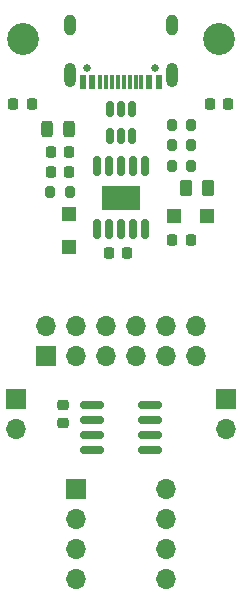
<source format=gts>
%TF.GenerationSoftware,KiCad,Pcbnew,8.0.8*%
%TF.CreationDate,2025-02-23T09:20:06-05:00*%
%TF.ProjectId,attinyx12_dev,61747469-6e79-4783-9132-5f6465762e6b,rev?*%
%TF.SameCoordinates,Original*%
%TF.FileFunction,Soldermask,Top*%
%TF.FilePolarity,Negative*%
%FSLAX46Y46*%
G04 Gerber Fmt 4.6, Leading zero omitted, Abs format (unit mm)*
G04 Created by KiCad (PCBNEW 8.0.8) date 2025-02-23 09:20:06*
%MOMM*%
%LPD*%
G01*
G04 APERTURE LIST*
G04 Aperture macros list*
%AMRoundRect*
0 Rectangle with rounded corners*
0 $1 Rounding radius*
0 $2 $3 $4 $5 $6 $7 $8 $9 X,Y pos of 4 corners*
0 Add a 4 corners polygon primitive as box body*
4,1,4,$2,$3,$4,$5,$6,$7,$8,$9,$2,$3,0*
0 Add four circle primitives for the rounded corners*
1,1,$1+$1,$2,$3*
1,1,$1+$1,$4,$5*
1,1,$1+$1,$6,$7*
1,1,$1+$1,$8,$9*
0 Add four rect primitives between the rounded corners*
20,1,$1+$1,$2,$3,$4,$5,0*
20,1,$1+$1,$4,$5,$6,$7,0*
20,1,$1+$1,$6,$7,$8,$9,0*
20,1,$1+$1,$8,$9,$2,$3,0*%
G04 Aperture macros list end*
%ADD10RoundRect,0.218750X-0.218750X-0.256250X0.218750X-0.256250X0.218750X0.256250X-0.218750X0.256250X0*%
%ADD11RoundRect,0.225000X0.225000X0.250000X-0.225000X0.250000X-0.225000X-0.250000X0.225000X-0.250000X0*%
%ADD12RoundRect,0.200000X0.200000X0.275000X-0.200000X0.275000X-0.200000X-0.275000X0.200000X-0.275000X0*%
%ADD13RoundRect,0.150000X-0.825000X-0.150000X0.825000X-0.150000X0.825000X0.150000X-0.825000X0.150000X0*%
%ADD14RoundRect,0.150000X0.150000X-0.512500X0.150000X0.512500X-0.150000X0.512500X-0.150000X-0.512500X0*%
%ADD15R,1.200000X1.200000*%
%ADD16C,2.700000*%
%ADD17RoundRect,0.250000X-0.262500X-0.450000X0.262500X-0.450000X0.262500X0.450000X-0.262500X0.450000X0*%
%ADD18R,1.700000X1.700000*%
%ADD19O,1.700000X1.700000*%
%ADD20C,0.650000*%
%ADD21R,0.600000X1.210000*%
%ADD22R,0.600000X1.240000*%
%ADD23R,0.300000X1.240000*%
%ADD24O,1.000000X2.100000*%
%ADD25O,1.000000X1.800000*%
%ADD26RoundRect,0.150000X-0.150000X0.687500X-0.150000X-0.687500X0.150000X-0.687500X0.150000X0.687500X0*%
%ADD27R,3.300000X2.100000*%
%ADD28RoundRect,0.243750X-0.243750X-0.456250X0.243750X-0.456250X0.243750X0.456250X-0.243750X0.456250X0*%
%ADD29RoundRect,0.225000X-0.225000X-0.250000X0.225000X-0.250000X0.225000X0.250000X-0.225000X0.250000X0*%
%ADD30RoundRect,0.225000X-0.250000X0.225000X-0.250000X-0.225000X0.250000X-0.225000X0.250000X0.225000X0*%
G04 APERTURE END LIST*
D10*
%TO.C,D1*%
X3212500Y-9520000D03*
X4787500Y-9520000D03*
%TD*%
D11*
%TO.C,C2*%
X7935000Y-15300000D03*
X6385000Y-15300000D03*
%TD*%
D12*
%TO.C,R4*%
X18255000Y-14740000D03*
X16605000Y-14740000D03*
%TD*%
D13*
%TO.C,U2*%
X9825000Y-34995000D03*
X9825000Y-36265000D03*
X9825000Y-37535000D03*
X9825000Y-38805000D03*
X14775000Y-38805000D03*
X14775000Y-37535000D03*
X14775000Y-36265000D03*
X14775000Y-34995000D03*
%TD*%
D12*
%TO.C,R2*%
X18255000Y-13030000D03*
X16605000Y-13030000D03*
%TD*%
D14*
%TO.C,U1*%
X11350000Y-12187500D03*
X12300000Y-12187500D03*
X13250000Y-12187500D03*
X13250000Y-9912500D03*
X12300000Y-9912500D03*
X11350000Y-9912500D03*
%TD*%
D15*
%TO.C,D3*%
X19597500Y-18970000D03*
X16797500Y-18970000D03*
%TD*%
D12*
%TO.C,R3*%
X18255000Y-11320000D03*
X16605000Y-11320000D03*
%TD*%
D16*
%TO.C,H2*%
X20600000Y-4000000D03*
%TD*%
D17*
%TO.C,R5*%
X17857500Y-16670000D03*
X19682500Y-16670000D03*
%TD*%
D18*
%TO.C,J4*%
X5955000Y-30875000D03*
D19*
X5955000Y-28335000D03*
X8495000Y-30875000D03*
X8495000Y-28335000D03*
X11035000Y-30875000D03*
X11035000Y-28335000D03*
X13575000Y-30875000D03*
X13575000Y-28335000D03*
X16115000Y-30875000D03*
X16115000Y-28335000D03*
X18655000Y-30875000D03*
X18655000Y-28335000D03*
%TD*%
D11*
%TO.C,C5*%
X12865000Y-22140000D03*
X11315000Y-22140000D03*
%TD*%
D20*
%TO.C,J1*%
X15190000Y-6505000D03*
X9410000Y-6505000D03*
D21*
X15500000Y-7640000D03*
D22*
X14700000Y-7625000D03*
D23*
X13550000Y-7625000D03*
X12550000Y-7625000D03*
X12050000Y-7625000D03*
X11050000Y-7625000D03*
D22*
X9900000Y-7625000D03*
D21*
X9100000Y-7640000D03*
X9100000Y-7640000D03*
D22*
X9900000Y-7625000D03*
D23*
X10550000Y-7625000D03*
X11550000Y-7625000D03*
X13050000Y-7625000D03*
X14050000Y-7625000D03*
D22*
X14700000Y-7625000D03*
D21*
X15500000Y-7640000D03*
D24*
X16620000Y-7025000D03*
D25*
X16620000Y-2825000D03*
D24*
X7980000Y-7025000D03*
D25*
X7980000Y-2825000D03*
%TD*%
D10*
%TO.C,D4*%
X19812500Y-9520000D03*
X21387500Y-9520000D03*
%TD*%
D11*
%TO.C,C1*%
X7935000Y-13590000D03*
X6385000Y-13590000D03*
%TD*%
D15*
%TO.C,D2*%
X7940000Y-21640000D03*
X7940000Y-18840000D03*
%TD*%
D16*
%TO.C,H1*%
X4000000Y-4000000D03*
%TD*%
D26*
%TO.C,U3*%
X14310000Y-14800000D03*
X13310000Y-14800000D03*
X12310000Y-14800000D03*
X11310000Y-14800000D03*
X10310000Y-14800000D03*
X10310000Y-20075000D03*
X11310000Y-20075000D03*
X12310000Y-20075000D03*
X13310000Y-20075000D03*
X14310000Y-20075000D03*
D27*
X12310000Y-17437500D03*
%TD*%
D28*
%TO.C,F1*%
X6022500Y-11660000D03*
X7897500Y-11660000D03*
%TD*%
D12*
%TO.C,R1*%
X7985000Y-17010000D03*
X6335000Y-17010000D03*
%TD*%
D29*
%TO.C,C4*%
X16655000Y-21050000D03*
X18205000Y-21050000D03*
%TD*%
D30*
%TO.C,C3*%
X7370000Y-34995000D03*
X7370000Y-36545000D03*
%TD*%
D18*
%TO.C,J6*%
X21190000Y-34460000D03*
D19*
X21190000Y-37000000D03*
%TD*%
D18*
%TO.C,J5*%
X3410000Y-34460000D03*
D19*
X3410000Y-37000000D03*
%TD*%
D18*
%TO.C,J2*%
X8490000Y-42080000D03*
D19*
X8490000Y-44620000D03*
X8490000Y-47160000D03*
X8490000Y-49700000D03*
%TD*%
%TO.C,J3*%
X16110000Y-42080000D03*
X16110000Y-44620000D03*
X16110000Y-47160000D03*
X16110000Y-49700000D03*
%TD*%
M02*

</source>
